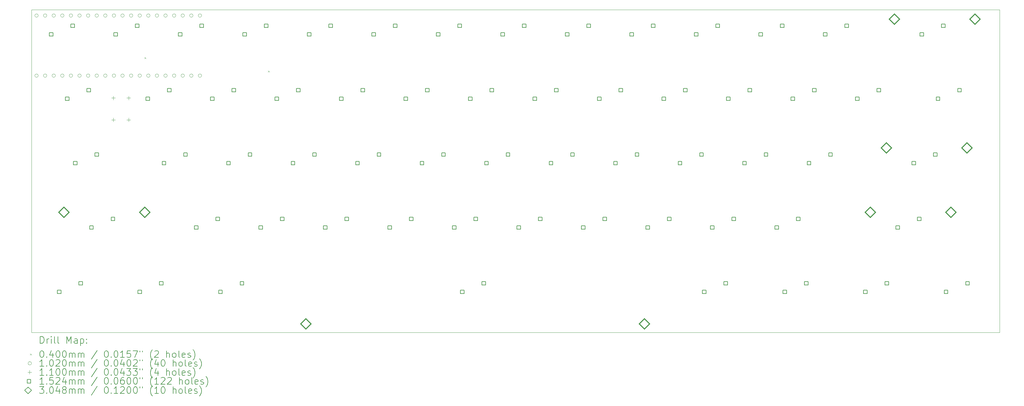
<source format=gbr>
%FSLAX45Y45*%
G04 Gerber Fmt 4.5, Leading zero omitted, Abs format (unit mm)*
G04 Created by KiCad (PCBNEW 6.0.6-3a73a75311~116~ubuntu21.10.1) date 2022-11-06 15:32:38*
%MOMM*%
%LPD*%
G01*
G04 APERTURE LIST*
%TA.AperFunction,Profile*%
%ADD10C,0.100000*%
%TD*%
%ADD11C,0.200000*%
%ADD12C,0.040000*%
%ADD13C,0.102000*%
%ADD14C,0.110000*%
%ADD15C,0.152400*%
%ADD16C,0.304800*%
G04 APERTURE END LIST*
D10*
X36027002Y-15112325D02*
X7441676Y-15112325D01*
X7441676Y-15112325D02*
X7441676Y-5559533D01*
X7441676Y-5559533D02*
X36027002Y-5559533D01*
X36027002Y-5559533D02*
X36027002Y-15112325D01*
D11*
D12*
X10774320Y-6964560D02*
X10814320Y-7004560D01*
X10814320Y-6964560D02*
X10774320Y-7004560D01*
X14425340Y-7361410D02*
X14465340Y-7401410D01*
X14465340Y-7361410D02*
X14425340Y-7401410D01*
D13*
X7636100Y-5730540D02*
G75*
G03*
X7636100Y-5730540I-51000J0D01*
G01*
X7636100Y-7508540D02*
G75*
G03*
X7636100Y-7508540I-51000J0D01*
G01*
X7890100Y-5730540D02*
G75*
G03*
X7890100Y-5730540I-51000J0D01*
G01*
X7890100Y-7508540D02*
G75*
G03*
X7890100Y-7508540I-51000J0D01*
G01*
X8144100Y-5730540D02*
G75*
G03*
X8144100Y-5730540I-51000J0D01*
G01*
X8144100Y-7508540D02*
G75*
G03*
X8144100Y-7508540I-51000J0D01*
G01*
X8398100Y-5730540D02*
G75*
G03*
X8398100Y-5730540I-51000J0D01*
G01*
X8398100Y-7508540D02*
G75*
G03*
X8398100Y-7508540I-51000J0D01*
G01*
X8652100Y-5730540D02*
G75*
G03*
X8652100Y-5730540I-51000J0D01*
G01*
X8652100Y-7508540D02*
G75*
G03*
X8652100Y-7508540I-51000J0D01*
G01*
X8906100Y-5730540D02*
G75*
G03*
X8906100Y-5730540I-51000J0D01*
G01*
X8906100Y-7508540D02*
G75*
G03*
X8906100Y-7508540I-51000J0D01*
G01*
X9160100Y-5730540D02*
G75*
G03*
X9160100Y-5730540I-51000J0D01*
G01*
X9160100Y-7508540D02*
G75*
G03*
X9160100Y-7508540I-51000J0D01*
G01*
X9414100Y-5730540D02*
G75*
G03*
X9414100Y-5730540I-51000J0D01*
G01*
X9414100Y-7508540D02*
G75*
G03*
X9414100Y-7508540I-51000J0D01*
G01*
X9668100Y-5730540D02*
G75*
G03*
X9668100Y-5730540I-51000J0D01*
G01*
X9668100Y-7508540D02*
G75*
G03*
X9668100Y-7508540I-51000J0D01*
G01*
X9922100Y-5730540D02*
G75*
G03*
X9922100Y-5730540I-51000J0D01*
G01*
X9922100Y-7508540D02*
G75*
G03*
X9922100Y-7508540I-51000J0D01*
G01*
X10176100Y-5730540D02*
G75*
G03*
X10176100Y-5730540I-51000J0D01*
G01*
X10176100Y-7508540D02*
G75*
G03*
X10176100Y-7508540I-51000J0D01*
G01*
X10430100Y-5730540D02*
G75*
G03*
X10430100Y-5730540I-51000J0D01*
G01*
X10430100Y-7508540D02*
G75*
G03*
X10430100Y-7508540I-51000J0D01*
G01*
X10684100Y-5730540D02*
G75*
G03*
X10684100Y-5730540I-51000J0D01*
G01*
X10684100Y-7508540D02*
G75*
G03*
X10684100Y-7508540I-51000J0D01*
G01*
X10938100Y-5730540D02*
G75*
G03*
X10938100Y-5730540I-51000J0D01*
G01*
X10938100Y-7508540D02*
G75*
G03*
X10938100Y-7508540I-51000J0D01*
G01*
X11192100Y-5730540D02*
G75*
G03*
X11192100Y-5730540I-51000J0D01*
G01*
X11192100Y-7508540D02*
G75*
G03*
X11192100Y-7508540I-51000J0D01*
G01*
X11446100Y-5730540D02*
G75*
G03*
X11446100Y-5730540I-51000J0D01*
G01*
X11446100Y-7508540D02*
G75*
G03*
X11446100Y-7508540I-51000J0D01*
G01*
X11700100Y-5730540D02*
G75*
G03*
X11700100Y-5730540I-51000J0D01*
G01*
X11700100Y-7508540D02*
G75*
G03*
X11700100Y-7508540I-51000J0D01*
G01*
X11954100Y-5730540D02*
G75*
G03*
X11954100Y-5730540I-51000J0D01*
G01*
X11954100Y-7508540D02*
G75*
G03*
X11954100Y-7508540I-51000J0D01*
G01*
X12208100Y-5730540D02*
G75*
G03*
X12208100Y-5730540I-51000J0D01*
G01*
X12208100Y-7508540D02*
G75*
G03*
X12208100Y-7508540I-51000J0D01*
G01*
X12462100Y-5730540D02*
G75*
G03*
X12462100Y-5730540I-51000J0D01*
G01*
X12462100Y-7508540D02*
G75*
G03*
X12462100Y-7508540I-51000J0D01*
G01*
D14*
X9854990Y-8112590D02*
X9854990Y-8222590D01*
X9799990Y-8167590D02*
X9909990Y-8167590D01*
X9854990Y-8762590D02*
X9854990Y-8872590D01*
X9799990Y-8817590D02*
X9909990Y-8817590D01*
X10304990Y-8112590D02*
X10304990Y-8222590D01*
X10249990Y-8167590D02*
X10359990Y-8167590D01*
X10304990Y-8762590D02*
X10304990Y-8872590D01*
X10249990Y-8817590D02*
X10359990Y-8817590D01*
D15*
X8070372Y-6340212D02*
X8070372Y-6232448D01*
X7962608Y-6232448D01*
X7962608Y-6340212D01*
X8070372Y-6340212D01*
X8308342Y-13959542D02*
X8308342Y-13851778D01*
X8200578Y-13851778D01*
X8200578Y-13959542D01*
X8308342Y-13959542D01*
X8546432Y-8244932D02*
X8546432Y-8137168D01*
X8438668Y-8137168D01*
X8438668Y-8244932D01*
X8546432Y-8244932D01*
X8705372Y-6086212D02*
X8705372Y-5978448D01*
X8597608Y-5978448D01*
X8597608Y-6086212D01*
X8705372Y-6086212D01*
X8784392Y-10149812D02*
X8784392Y-10042048D01*
X8676628Y-10042048D01*
X8676628Y-10149812D01*
X8784392Y-10149812D01*
X8943342Y-13705542D02*
X8943342Y-13597778D01*
X8835578Y-13597778D01*
X8835578Y-13705542D01*
X8943342Y-13705542D01*
X9181432Y-7990932D02*
X9181432Y-7883168D01*
X9073668Y-7883168D01*
X9073668Y-7990932D01*
X9181432Y-7990932D01*
X9260782Y-12054662D02*
X9260782Y-11946898D01*
X9153018Y-11946898D01*
X9153018Y-12054662D01*
X9260782Y-12054662D01*
X9419392Y-9895812D02*
X9419392Y-9788048D01*
X9311628Y-9788048D01*
X9311628Y-9895812D01*
X9419392Y-9895812D01*
X9895782Y-11800662D02*
X9895782Y-11692898D01*
X9788018Y-11692898D01*
X9788018Y-11800662D01*
X9895782Y-11800662D01*
X9975372Y-6340212D02*
X9975372Y-6232448D01*
X9867608Y-6232448D01*
X9867608Y-6340212D01*
X9975372Y-6340212D01*
X10610372Y-6086212D02*
X10610372Y-5978448D01*
X10502608Y-5978448D01*
X10502608Y-6086212D01*
X10610372Y-6086212D01*
X10689422Y-13959572D02*
X10689422Y-13851808D01*
X10581658Y-13851808D01*
X10581658Y-13959572D01*
X10689422Y-13959572D01*
X10927532Y-8244932D02*
X10927532Y-8137168D01*
X10819768Y-8137168D01*
X10819768Y-8244932D01*
X10927532Y-8244932D01*
X11324422Y-13705572D02*
X11324422Y-13597808D01*
X11216658Y-13597808D01*
X11216658Y-13705572D01*
X11324422Y-13705572D01*
X11403752Y-10149812D02*
X11403752Y-10042048D01*
X11295988Y-10042048D01*
X11295988Y-10149812D01*
X11403752Y-10149812D01*
X11562532Y-7990932D02*
X11562532Y-7883168D01*
X11454768Y-7883168D01*
X11454768Y-7990932D01*
X11562532Y-7990932D01*
X11880372Y-6340212D02*
X11880372Y-6232448D01*
X11772608Y-6232448D01*
X11772608Y-6340212D01*
X11880372Y-6340212D01*
X12038752Y-9895812D02*
X12038752Y-9788048D01*
X11930988Y-9788048D01*
X11930988Y-9895812D01*
X12038752Y-9895812D01*
X12356192Y-12054692D02*
X12356192Y-11946928D01*
X12248428Y-11946928D01*
X12248428Y-12054692D01*
X12356192Y-12054692D01*
X12515372Y-6086212D02*
X12515372Y-5978448D01*
X12407608Y-5978448D01*
X12407608Y-6086212D01*
X12515372Y-6086212D01*
X12832432Y-8244902D02*
X12832432Y-8137138D01*
X12724668Y-8137138D01*
X12724668Y-8244902D01*
X12832432Y-8244902D01*
X12991192Y-11800692D02*
X12991192Y-11692928D01*
X12883428Y-11692928D01*
X12883428Y-11800692D01*
X12991192Y-11800692D01*
X13070522Y-13959572D02*
X13070522Y-13851808D01*
X12962758Y-13851808D01*
X12962758Y-13959572D01*
X13070522Y-13959572D01*
X13308632Y-10149812D02*
X13308632Y-10042048D01*
X13200868Y-10042048D01*
X13200868Y-10149812D01*
X13308632Y-10149812D01*
X13467432Y-7990902D02*
X13467432Y-7883138D01*
X13359668Y-7883138D01*
X13359668Y-7990902D01*
X13467432Y-7990902D01*
X13705522Y-13705572D02*
X13705522Y-13597808D01*
X13597758Y-13597808D01*
X13597758Y-13705572D01*
X13705522Y-13705572D01*
X13785372Y-6340212D02*
X13785372Y-6232448D01*
X13677608Y-6232448D01*
X13677608Y-6340212D01*
X13785372Y-6340212D01*
X13943632Y-9895812D02*
X13943632Y-9788048D01*
X13835868Y-9788048D01*
X13835868Y-9895812D01*
X13943632Y-9895812D01*
X14261092Y-12054662D02*
X14261092Y-11946898D01*
X14153328Y-11946898D01*
X14153328Y-12054662D01*
X14261092Y-12054662D01*
X14420372Y-6086212D02*
X14420372Y-5978448D01*
X14312608Y-5978448D01*
X14312608Y-6086212D01*
X14420372Y-6086212D01*
X14737432Y-8244902D02*
X14737432Y-8137138D01*
X14629668Y-8137138D01*
X14629668Y-8244902D01*
X14737432Y-8244902D01*
X14896092Y-11800662D02*
X14896092Y-11692898D01*
X14788328Y-11692898D01*
X14788328Y-11800662D01*
X14896092Y-11800662D01*
X15213532Y-10149782D02*
X15213532Y-10042018D01*
X15105768Y-10042018D01*
X15105768Y-10149782D01*
X15213532Y-10149782D01*
X15372432Y-7990902D02*
X15372432Y-7883138D01*
X15264668Y-7883138D01*
X15264668Y-7990902D01*
X15372432Y-7990902D01*
X15690372Y-6340212D02*
X15690372Y-6232448D01*
X15582608Y-6232448D01*
X15582608Y-6340212D01*
X15690372Y-6340212D01*
X15848532Y-9895782D02*
X15848532Y-9788018D01*
X15740768Y-9788018D01*
X15740768Y-9895782D01*
X15848532Y-9895782D01*
X16165952Y-12054692D02*
X16165952Y-11946928D01*
X16058188Y-11946928D01*
X16058188Y-12054692D01*
X16165952Y-12054692D01*
X16325372Y-6086212D02*
X16325372Y-5978448D01*
X16217608Y-5978448D01*
X16217608Y-6086212D01*
X16325372Y-6086212D01*
X16642432Y-8244902D02*
X16642432Y-8137138D01*
X16534668Y-8137138D01*
X16534668Y-8244902D01*
X16642432Y-8244902D01*
X16800952Y-11800692D02*
X16800952Y-11692928D01*
X16693188Y-11692928D01*
X16693188Y-11800692D01*
X16800952Y-11800692D01*
X17118532Y-10149782D02*
X17118532Y-10042018D01*
X17010768Y-10042018D01*
X17010768Y-10149782D01*
X17118532Y-10149782D01*
X17277432Y-7990902D02*
X17277432Y-7883138D01*
X17169668Y-7883138D01*
X17169668Y-7990902D01*
X17277432Y-7990902D01*
X17595372Y-6340212D02*
X17595372Y-6232448D01*
X17487608Y-6232448D01*
X17487608Y-6340212D01*
X17595372Y-6340212D01*
X17753532Y-9895782D02*
X17753532Y-9788018D01*
X17645768Y-9788018D01*
X17645768Y-9895782D01*
X17753532Y-9895782D01*
X18070232Y-12054692D02*
X18070232Y-11946928D01*
X17962468Y-11946928D01*
X17962468Y-12054692D01*
X18070232Y-12054692D01*
X18230372Y-6086212D02*
X18230372Y-5978448D01*
X18122608Y-5978448D01*
X18122608Y-6086212D01*
X18230372Y-6086212D01*
X18547432Y-8244902D02*
X18547432Y-8137138D01*
X18439668Y-8137138D01*
X18439668Y-8244902D01*
X18547432Y-8244902D01*
X18705232Y-11800692D02*
X18705232Y-11692928D01*
X18597468Y-11692928D01*
X18597468Y-11800692D01*
X18705232Y-11800692D01*
X19023532Y-10149782D02*
X19023532Y-10042018D01*
X18915768Y-10042018D01*
X18915768Y-10149782D01*
X19023532Y-10149782D01*
X19182432Y-7990902D02*
X19182432Y-7883138D01*
X19074668Y-7883138D01*
X19074668Y-7990902D01*
X19182432Y-7990902D01*
X19500372Y-6340212D02*
X19500372Y-6232448D01*
X19392608Y-6232448D01*
X19392608Y-6340212D01*
X19500372Y-6340212D01*
X19658532Y-9895782D02*
X19658532Y-9788018D01*
X19550768Y-9788018D01*
X19550768Y-9895782D01*
X19658532Y-9895782D01*
X19975232Y-12054692D02*
X19975232Y-11946928D01*
X19867468Y-11946928D01*
X19867468Y-12054692D01*
X19975232Y-12054692D01*
X20135372Y-6086212D02*
X20135372Y-5978448D01*
X20027608Y-5978448D01*
X20027608Y-6086212D01*
X20135372Y-6086212D01*
X20213822Y-13959572D02*
X20213822Y-13851808D01*
X20106058Y-13851808D01*
X20106058Y-13959572D01*
X20213822Y-13959572D01*
X20452432Y-8244902D02*
X20452432Y-8137138D01*
X20344668Y-8137138D01*
X20344668Y-8244902D01*
X20452432Y-8244902D01*
X20610232Y-11800692D02*
X20610232Y-11692928D01*
X20502468Y-11692928D01*
X20502468Y-11800692D01*
X20610232Y-11800692D01*
X20848822Y-13705572D02*
X20848822Y-13597808D01*
X20741058Y-13597808D01*
X20741058Y-13705572D01*
X20848822Y-13705572D01*
X20928532Y-10149782D02*
X20928532Y-10042018D01*
X20820768Y-10042018D01*
X20820768Y-10149782D01*
X20928532Y-10149782D01*
X21087432Y-7990902D02*
X21087432Y-7883138D01*
X20979668Y-7883138D01*
X20979668Y-7990902D01*
X21087432Y-7990902D01*
X21405372Y-6340212D02*
X21405372Y-6232448D01*
X21297608Y-6232448D01*
X21297608Y-6340212D01*
X21405372Y-6340212D01*
X21563532Y-9895782D02*
X21563532Y-9788018D01*
X21455768Y-9788018D01*
X21455768Y-9895782D01*
X21563532Y-9895782D01*
X21880232Y-12054692D02*
X21880232Y-11946928D01*
X21772468Y-11946928D01*
X21772468Y-12054692D01*
X21880232Y-12054692D01*
X22040372Y-6086212D02*
X22040372Y-5978448D01*
X21932608Y-5978448D01*
X21932608Y-6086212D01*
X22040372Y-6086212D01*
X22357432Y-8244902D02*
X22357432Y-8137138D01*
X22249668Y-8137138D01*
X22249668Y-8244902D01*
X22357432Y-8244902D01*
X22515232Y-11800692D02*
X22515232Y-11692928D01*
X22407468Y-11692928D01*
X22407468Y-11800692D01*
X22515232Y-11800692D01*
X22833532Y-10149782D02*
X22833532Y-10042018D01*
X22725768Y-10042018D01*
X22725768Y-10149782D01*
X22833532Y-10149782D01*
X22992432Y-7990902D02*
X22992432Y-7883138D01*
X22884668Y-7883138D01*
X22884668Y-7990902D01*
X22992432Y-7990902D01*
X23310372Y-6340212D02*
X23310372Y-6232448D01*
X23202608Y-6232448D01*
X23202608Y-6340212D01*
X23310372Y-6340212D01*
X23468532Y-9895782D02*
X23468532Y-9788018D01*
X23360768Y-9788018D01*
X23360768Y-9895782D01*
X23468532Y-9895782D01*
X23785232Y-12054692D02*
X23785232Y-11946928D01*
X23677468Y-11946928D01*
X23677468Y-12054692D01*
X23785232Y-12054692D01*
X23945372Y-6086212D02*
X23945372Y-5978448D01*
X23837608Y-5978448D01*
X23837608Y-6086212D01*
X23945372Y-6086212D01*
X24262432Y-8244902D02*
X24262432Y-8137138D01*
X24154668Y-8137138D01*
X24154668Y-8244902D01*
X24262432Y-8244902D01*
X24420232Y-11800692D02*
X24420232Y-11692928D01*
X24312468Y-11692928D01*
X24312468Y-11800692D01*
X24420232Y-11800692D01*
X24738532Y-10149782D02*
X24738532Y-10042018D01*
X24630768Y-10042018D01*
X24630768Y-10149782D01*
X24738532Y-10149782D01*
X24897432Y-7990902D02*
X24897432Y-7883138D01*
X24789668Y-7883138D01*
X24789668Y-7990902D01*
X24897432Y-7990902D01*
X25215372Y-6340212D02*
X25215372Y-6232448D01*
X25107608Y-6232448D01*
X25107608Y-6340212D01*
X25215372Y-6340212D01*
X25373532Y-9895782D02*
X25373532Y-9788018D01*
X25265768Y-9788018D01*
X25265768Y-9895782D01*
X25373532Y-9895782D01*
X25690232Y-12054692D02*
X25690232Y-11946928D01*
X25582468Y-11946928D01*
X25582468Y-12054692D01*
X25690232Y-12054692D01*
X25850372Y-6086212D02*
X25850372Y-5978448D01*
X25742608Y-5978448D01*
X25742608Y-6086212D01*
X25850372Y-6086212D01*
X26167432Y-8244902D02*
X26167432Y-8137138D01*
X26059668Y-8137138D01*
X26059668Y-8244902D01*
X26167432Y-8244902D01*
X26325232Y-11800692D02*
X26325232Y-11692928D01*
X26217468Y-11692928D01*
X26217468Y-11800692D01*
X26325232Y-11800692D01*
X26643532Y-10149782D02*
X26643532Y-10042018D01*
X26535768Y-10042018D01*
X26535768Y-10149782D01*
X26643532Y-10149782D01*
X26802432Y-7990902D02*
X26802432Y-7883138D01*
X26694668Y-7883138D01*
X26694668Y-7990902D01*
X26802432Y-7990902D01*
X27120372Y-6340212D02*
X27120372Y-6232448D01*
X27012608Y-6232448D01*
X27012608Y-6340212D01*
X27120372Y-6340212D01*
X27278532Y-9895782D02*
X27278532Y-9788018D01*
X27170768Y-9788018D01*
X27170768Y-9895782D01*
X27278532Y-9895782D01*
X27357122Y-13959572D02*
X27357122Y-13851808D01*
X27249358Y-13851808D01*
X27249358Y-13959572D01*
X27357122Y-13959572D01*
X27595232Y-12054692D02*
X27595232Y-11946928D01*
X27487468Y-11946928D01*
X27487468Y-12054692D01*
X27595232Y-12054692D01*
X27755372Y-6086212D02*
X27755372Y-5978448D01*
X27647608Y-5978448D01*
X27647608Y-6086212D01*
X27755372Y-6086212D01*
X27992122Y-13705572D02*
X27992122Y-13597808D01*
X27884358Y-13597808D01*
X27884358Y-13705572D01*
X27992122Y-13705572D01*
X28072432Y-8244902D02*
X28072432Y-8137138D01*
X27964668Y-8137138D01*
X27964668Y-8244902D01*
X28072432Y-8244902D01*
X28230232Y-11800692D02*
X28230232Y-11692928D01*
X28122468Y-11692928D01*
X28122468Y-11800692D01*
X28230232Y-11800692D01*
X28548532Y-10149782D02*
X28548532Y-10042018D01*
X28440768Y-10042018D01*
X28440768Y-10149782D01*
X28548532Y-10149782D01*
X28707432Y-7990902D02*
X28707432Y-7883138D01*
X28599668Y-7883138D01*
X28599668Y-7990902D01*
X28707432Y-7990902D01*
X29025372Y-6340212D02*
X29025372Y-6232448D01*
X28917608Y-6232448D01*
X28917608Y-6340212D01*
X29025372Y-6340212D01*
X29183532Y-9895782D02*
X29183532Y-9788018D01*
X29075768Y-9788018D01*
X29075768Y-9895782D01*
X29183532Y-9895782D01*
X29500112Y-12054692D02*
X29500112Y-11946928D01*
X29392348Y-11946928D01*
X29392348Y-12054692D01*
X29500112Y-12054692D01*
X29660372Y-6086212D02*
X29660372Y-5978448D01*
X29552608Y-5978448D01*
X29552608Y-6086212D01*
X29660372Y-6086212D01*
X29738092Y-13959542D02*
X29738092Y-13851778D01*
X29630328Y-13851778D01*
X29630328Y-13959542D01*
X29738092Y-13959542D01*
X29977432Y-8244902D02*
X29977432Y-8137138D01*
X29869668Y-8137138D01*
X29869668Y-8244902D01*
X29977432Y-8244902D01*
X30135112Y-11800692D02*
X30135112Y-11692928D01*
X30027348Y-11692928D01*
X30027348Y-11800692D01*
X30135112Y-11800692D01*
X30373092Y-13705542D02*
X30373092Y-13597778D01*
X30265328Y-13597778D01*
X30265328Y-13705542D01*
X30373092Y-13705542D01*
X30453532Y-10149782D02*
X30453532Y-10042018D01*
X30345768Y-10042018D01*
X30345768Y-10149782D01*
X30453532Y-10149782D01*
X30612432Y-7990902D02*
X30612432Y-7883138D01*
X30504668Y-7883138D01*
X30504668Y-7990902D01*
X30612432Y-7990902D01*
X30930372Y-6340212D02*
X30930372Y-6232448D01*
X30822608Y-6232448D01*
X30822608Y-6340212D01*
X30930372Y-6340212D01*
X31088532Y-9895782D02*
X31088532Y-9788018D01*
X30980768Y-9788018D01*
X30980768Y-9895782D01*
X31088532Y-9895782D01*
X31565372Y-6086212D02*
X31565372Y-5978448D01*
X31457608Y-5978448D01*
X31457608Y-6086212D01*
X31565372Y-6086212D01*
X31881232Y-8244902D02*
X31881232Y-8137138D01*
X31773468Y-8137138D01*
X31773468Y-8244902D01*
X31881232Y-8244902D01*
X32119322Y-13959572D02*
X32119322Y-13851808D01*
X32011558Y-13851808D01*
X32011558Y-13959572D01*
X32119322Y-13959572D01*
X32516232Y-7990902D02*
X32516232Y-7883138D01*
X32408468Y-7883138D01*
X32408468Y-7990902D01*
X32516232Y-7990902D01*
X32754322Y-13705572D02*
X32754322Y-13597808D01*
X32646558Y-13597808D01*
X32646558Y-13705572D01*
X32754322Y-13705572D01*
X33071762Y-12054692D02*
X33071762Y-11946928D01*
X32963998Y-11946928D01*
X32963998Y-12054692D01*
X33071762Y-12054692D01*
X33547982Y-10149812D02*
X33547982Y-10042048D01*
X33440218Y-10042048D01*
X33440218Y-10149812D01*
X33547982Y-10149812D01*
X33706762Y-11800692D02*
X33706762Y-11692928D01*
X33598998Y-11692928D01*
X33598998Y-11800692D01*
X33706762Y-11800692D01*
X33787872Y-6340212D02*
X33787872Y-6232448D01*
X33680108Y-6232448D01*
X33680108Y-6340212D01*
X33787872Y-6340212D01*
X34182982Y-9895812D02*
X34182982Y-9788048D01*
X34075218Y-9788048D01*
X34075218Y-9895812D01*
X34182982Y-9895812D01*
X34262332Y-8244932D02*
X34262332Y-8137168D01*
X34154568Y-8137168D01*
X34154568Y-8244932D01*
X34262332Y-8244932D01*
X34422872Y-6086212D02*
X34422872Y-5978448D01*
X34315108Y-5978448D01*
X34315108Y-6086212D01*
X34422872Y-6086212D01*
X34500422Y-13959572D02*
X34500422Y-13851808D01*
X34392658Y-13851808D01*
X34392658Y-13959572D01*
X34500422Y-13959572D01*
X34897332Y-7990932D02*
X34897332Y-7883168D01*
X34789568Y-7883168D01*
X34789568Y-7990932D01*
X34897332Y-7990932D01*
X35135422Y-13705572D02*
X35135422Y-13597808D01*
X35027658Y-13597808D01*
X35027658Y-13705572D01*
X35135422Y-13705572D01*
D16*
X8397255Y-11708710D02*
X8549655Y-11556310D01*
X8397255Y-11403910D01*
X8244855Y-11556310D01*
X8397255Y-11708710D01*
X10778505Y-11708710D02*
X10930905Y-11556310D01*
X10778505Y-11403910D01*
X10626105Y-11556310D01*
X10778505Y-11708710D01*
X15540315Y-15010590D02*
X15692715Y-14858190D01*
X15540315Y-14705790D01*
X15387915Y-14858190D01*
X15540315Y-15010590D01*
X25541565Y-15010590D02*
X25693965Y-14858190D01*
X25541565Y-14705790D01*
X25389165Y-14858190D01*
X25541565Y-15010590D01*
X32208255Y-11708710D02*
X32360655Y-11556310D01*
X32208255Y-11403910D01*
X32055855Y-11556310D01*
X32208255Y-11708710D01*
X32684475Y-9803830D02*
X32836875Y-9651430D01*
X32684475Y-9499030D01*
X32532075Y-9651430D01*
X32684475Y-9803830D01*
X32922585Y-5994070D02*
X33074985Y-5841670D01*
X32922585Y-5689270D01*
X32770185Y-5841670D01*
X32922585Y-5994070D01*
X34589505Y-11708710D02*
X34741905Y-11556310D01*
X34589505Y-11403910D01*
X34437105Y-11556310D01*
X34589505Y-11708710D01*
X35065725Y-9803830D02*
X35218125Y-9651430D01*
X35065725Y-9499030D01*
X34913325Y-9651430D01*
X35065725Y-9803830D01*
X35303835Y-5994070D02*
X35456235Y-5841670D01*
X35303835Y-5689270D01*
X35151435Y-5841670D01*
X35303835Y-5994070D01*
D11*
X7694295Y-15427801D02*
X7694295Y-15227801D01*
X7741914Y-15227801D01*
X7770485Y-15237325D01*
X7789533Y-15256373D01*
X7799057Y-15275420D01*
X7808580Y-15313515D01*
X7808580Y-15342087D01*
X7799057Y-15380182D01*
X7789533Y-15399230D01*
X7770485Y-15418277D01*
X7741914Y-15427801D01*
X7694295Y-15427801D01*
X7894295Y-15427801D02*
X7894295Y-15294468D01*
X7894295Y-15332563D02*
X7903818Y-15313515D01*
X7913342Y-15303992D01*
X7932390Y-15294468D01*
X7951438Y-15294468D01*
X8018104Y-15427801D02*
X8018104Y-15294468D01*
X8018104Y-15227801D02*
X8008580Y-15237325D01*
X8018104Y-15246849D01*
X8027628Y-15237325D01*
X8018104Y-15227801D01*
X8018104Y-15246849D01*
X8141914Y-15427801D02*
X8122866Y-15418277D01*
X8113342Y-15399230D01*
X8113342Y-15227801D01*
X8246676Y-15427801D02*
X8227628Y-15418277D01*
X8218104Y-15399230D01*
X8218104Y-15227801D01*
X8475247Y-15427801D02*
X8475247Y-15227801D01*
X8541914Y-15370658D01*
X8608580Y-15227801D01*
X8608580Y-15427801D01*
X8789533Y-15427801D02*
X8789533Y-15323039D01*
X8780009Y-15303992D01*
X8760961Y-15294468D01*
X8722866Y-15294468D01*
X8703819Y-15303992D01*
X8789533Y-15418277D02*
X8770485Y-15427801D01*
X8722866Y-15427801D01*
X8703819Y-15418277D01*
X8694295Y-15399230D01*
X8694295Y-15380182D01*
X8703819Y-15361134D01*
X8722866Y-15351611D01*
X8770485Y-15351611D01*
X8789533Y-15342087D01*
X8884771Y-15294468D02*
X8884771Y-15494468D01*
X8884771Y-15303992D02*
X8903819Y-15294468D01*
X8941914Y-15294468D01*
X8960961Y-15303992D01*
X8970485Y-15313515D01*
X8980009Y-15332563D01*
X8980009Y-15389706D01*
X8970485Y-15408753D01*
X8960961Y-15418277D01*
X8941914Y-15427801D01*
X8903819Y-15427801D01*
X8884771Y-15418277D01*
X9065723Y-15408753D02*
X9075247Y-15418277D01*
X9065723Y-15427801D01*
X9056200Y-15418277D01*
X9065723Y-15408753D01*
X9065723Y-15427801D01*
X9065723Y-15303992D02*
X9075247Y-15313515D01*
X9065723Y-15323039D01*
X9056200Y-15313515D01*
X9065723Y-15303992D01*
X9065723Y-15323039D01*
D12*
X7396676Y-15737325D02*
X7436676Y-15777325D01*
X7436676Y-15737325D02*
X7396676Y-15777325D01*
D11*
X7732390Y-15647801D02*
X7751438Y-15647801D01*
X7770485Y-15657325D01*
X7780009Y-15666849D01*
X7789533Y-15685896D01*
X7799057Y-15723992D01*
X7799057Y-15771611D01*
X7789533Y-15809706D01*
X7780009Y-15828753D01*
X7770485Y-15838277D01*
X7751438Y-15847801D01*
X7732390Y-15847801D01*
X7713342Y-15838277D01*
X7703818Y-15828753D01*
X7694295Y-15809706D01*
X7684771Y-15771611D01*
X7684771Y-15723992D01*
X7694295Y-15685896D01*
X7703818Y-15666849D01*
X7713342Y-15657325D01*
X7732390Y-15647801D01*
X7884771Y-15828753D02*
X7894295Y-15838277D01*
X7884771Y-15847801D01*
X7875247Y-15838277D01*
X7884771Y-15828753D01*
X7884771Y-15847801D01*
X8065723Y-15714468D02*
X8065723Y-15847801D01*
X8018104Y-15638277D02*
X7970485Y-15781134D01*
X8094295Y-15781134D01*
X8208580Y-15647801D02*
X8227628Y-15647801D01*
X8246676Y-15657325D01*
X8256199Y-15666849D01*
X8265723Y-15685896D01*
X8275247Y-15723992D01*
X8275247Y-15771611D01*
X8265723Y-15809706D01*
X8256199Y-15828753D01*
X8246676Y-15838277D01*
X8227628Y-15847801D01*
X8208580Y-15847801D01*
X8189533Y-15838277D01*
X8180009Y-15828753D01*
X8170485Y-15809706D01*
X8160961Y-15771611D01*
X8160961Y-15723992D01*
X8170485Y-15685896D01*
X8180009Y-15666849D01*
X8189533Y-15657325D01*
X8208580Y-15647801D01*
X8399057Y-15647801D02*
X8418104Y-15647801D01*
X8437152Y-15657325D01*
X8446676Y-15666849D01*
X8456200Y-15685896D01*
X8465723Y-15723992D01*
X8465723Y-15771611D01*
X8456200Y-15809706D01*
X8446676Y-15828753D01*
X8437152Y-15838277D01*
X8418104Y-15847801D01*
X8399057Y-15847801D01*
X8380009Y-15838277D01*
X8370485Y-15828753D01*
X8360961Y-15809706D01*
X8351438Y-15771611D01*
X8351438Y-15723992D01*
X8360961Y-15685896D01*
X8370485Y-15666849D01*
X8380009Y-15657325D01*
X8399057Y-15647801D01*
X8551438Y-15847801D02*
X8551438Y-15714468D01*
X8551438Y-15733515D02*
X8560961Y-15723992D01*
X8580009Y-15714468D01*
X8608580Y-15714468D01*
X8627628Y-15723992D01*
X8637152Y-15743039D01*
X8637152Y-15847801D01*
X8637152Y-15743039D02*
X8646676Y-15723992D01*
X8665723Y-15714468D01*
X8694295Y-15714468D01*
X8713342Y-15723992D01*
X8722866Y-15743039D01*
X8722866Y-15847801D01*
X8818104Y-15847801D02*
X8818104Y-15714468D01*
X8818104Y-15733515D02*
X8827628Y-15723992D01*
X8846676Y-15714468D01*
X8875247Y-15714468D01*
X8894295Y-15723992D01*
X8903819Y-15743039D01*
X8903819Y-15847801D01*
X8903819Y-15743039D02*
X8913342Y-15723992D01*
X8932390Y-15714468D01*
X8960961Y-15714468D01*
X8980009Y-15723992D01*
X8989533Y-15743039D01*
X8989533Y-15847801D01*
X9380009Y-15638277D02*
X9208580Y-15895420D01*
X9637152Y-15647801D02*
X9656200Y-15647801D01*
X9675247Y-15657325D01*
X9684771Y-15666849D01*
X9694295Y-15685896D01*
X9703819Y-15723992D01*
X9703819Y-15771611D01*
X9694295Y-15809706D01*
X9684771Y-15828753D01*
X9675247Y-15838277D01*
X9656200Y-15847801D01*
X9637152Y-15847801D01*
X9618104Y-15838277D01*
X9608580Y-15828753D01*
X9599057Y-15809706D01*
X9589533Y-15771611D01*
X9589533Y-15723992D01*
X9599057Y-15685896D01*
X9608580Y-15666849D01*
X9618104Y-15657325D01*
X9637152Y-15647801D01*
X9789533Y-15828753D02*
X9799057Y-15838277D01*
X9789533Y-15847801D01*
X9780009Y-15838277D01*
X9789533Y-15828753D01*
X9789533Y-15847801D01*
X9922866Y-15647801D02*
X9941914Y-15647801D01*
X9960961Y-15657325D01*
X9970485Y-15666849D01*
X9980009Y-15685896D01*
X9989533Y-15723992D01*
X9989533Y-15771611D01*
X9980009Y-15809706D01*
X9970485Y-15828753D01*
X9960961Y-15838277D01*
X9941914Y-15847801D01*
X9922866Y-15847801D01*
X9903819Y-15838277D01*
X9894295Y-15828753D01*
X9884771Y-15809706D01*
X9875247Y-15771611D01*
X9875247Y-15723992D01*
X9884771Y-15685896D01*
X9894295Y-15666849D01*
X9903819Y-15657325D01*
X9922866Y-15647801D01*
X10180009Y-15847801D02*
X10065723Y-15847801D01*
X10122866Y-15847801D02*
X10122866Y-15647801D01*
X10103819Y-15676373D01*
X10084771Y-15695420D01*
X10065723Y-15704944D01*
X10360961Y-15647801D02*
X10265723Y-15647801D01*
X10256200Y-15743039D01*
X10265723Y-15733515D01*
X10284771Y-15723992D01*
X10332390Y-15723992D01*
X10351438Y-15733515D01*
X10360961Y-15743039D01*
X10370485Y-15762087D01*
X10370485Y-15809706D01*
X10360961Y-15828753D01*
X10351438Y-15838277D01*
X10332390Y-15847801D01*
X10284771Y-15847801D01*
X10265723Y-15838277D01*
X10256200Y-15828753D01*
X10437152Y-15647801D02*
X10570485Y-15647801D01*
X10484771Y-15847801D01*
X10637152Y-15647801D02*
X10637152Y-15685896D01*
X10713342Y-15647801D02*
X10713342Y-15685896D01*
X11008580Y-15923992D02*
X10999057Y-15914468D01*
X10980009Y-15885896D01*
X10970485Y-15866849D01*
X10960961Y-15838277D01*
X10951438Y-15790658D01*
X10951438Y-15752563D01*
X10960961Y-15704944D01*
X10970485Y-15676373D01*
X10980009Y-15657325D01*
X10999057Y-15628753D01*
X11008580Y-15619230D01*
X11075247Y-15666849D02*
X11084771Y-15657325D01*
X11103819Y-15647801D01*
X11151438Y-15647801D01*
X11170485Y-15657325D01*
X11180009Y-15666849D01*
X11189533Y-15685896D01*
X11189533Y-15704944D01*
X11180009Y-15733515D01*
X11065723Y-15847801D01*
X11189533Y-15847801D01*
X11427628Y-15847801D02*
X11427628Y-15647801D01*
X11513342Y-15847801D02*
X11513342Y-15743039D01*
X11503818Y-15723992D01*
X11484771Y-15714468D01*
X11456199Y-15714468D01*
X11437152Y-15723992D01*
X11427628Y-15733515D01*
X11637152Y-15847801D02*
X11618104Y-15838277D01*
X11608580Y-15828753D01*
X11599057Y-15809706D01*
X11599057Y-15752563D01*
X11608580Y-15733515D01*
X11618104Y-15723992D01*
X11637152Y-15714468D01*
X11665723Y-15714468D01*
X11684771Y-15723992D01*
X11694295Y-15733515D01*
X11703818Y-15752563D01*
X11703818Y-15809706D01*
X11694295Y-15828753D01*
X11684771Y-15838277D01*
X11665723Y-15847801D01*
X11637152Y-15847801D01*
X11818104Y-15847801D02*
X11799057Y-15838277D01*
X11789533Y-15819230D01*
X11789533Y-15647801D01*
X11970485Y-15838277D02*
X11951438Y-15847801D01*
X11913342Y-15847801D01*
X11894295Y-15838277D01*
X11884771Y-15819230D01*
X11884771Y-15743039D01*
X11894295Y-15723992D01*
X11913342Y-15714468D01*
X11951438Y-15714468D01*
X11970485Y-15723992D01*
X11980009Y-15743039D01*
X11980009Y-15762087D01*
X11884771Y-15781134D01*
X12056199Y-15838277D02*
X12075247Y-15847801D01*
X12113342Y-15847801D01*
X12132390Y-15838277D01*
X12141914Y-15819230D01*
X12141914Y-15809706D01*
X12132390Y-15790658D01*
X12113342Y-15781134D01*
X12084771Y-15781134D01*
X12065723Y-15771611D01*
X12056199Y-15752563D01*
X12056199Y-15743039D01*
X12065723Y-15723992D01*
X12084771Y-15714468D01*
X12113342Y-15714468D01*
X12132390Y-15723992D01*
X12208580Y-15923992D02*
X12218104Y-15914468D01*
X12237152Y-15885896D01*
X12246676Y-15866849D01*
X12256199Y-15838277D01*
X12265723Y-15790658D01*
X12265723Y-15752563D01*
X12256199Y-15704944D01*
X12246676Y-15676373D01*
X12237152Y-15657325D01*
X12218104Y-15628753D01*
X12208580Y-15619230D01*
D13*
X7436676Y-16021325D02*
G75*
G03*
X7436676Y-16021325I-51000J0D01*
G01*
D11*
X7799057Y-16111801D02*
X7684771Y-16111801D01*
X7741914Y-16111801D02*
X7741914Y-15911801D01*
X7722866Y-15940373D01*
X7703818Y-15959420D01*
X7684771Y-15968944D01*
X7884771Y-16092753D02*
X7894295Y-16102277D01*
X7884771Y-16111801D01*
X7875247Y-16102277D01*
X7884771Y-16092753D01*
X7884771Y-16111801D01*
X8018104Y-15911801D02*
X8037152Y-15911801D01*
X8056199Y-15921325D01*
X8065723Y-15930849D01*
X8075247Y-15949896D01*
X8084771Y-15987992D01*
X8084771Y-16035611D01*
X8075247Y-16073706D01*
X8065723Y-16092753D01*
X8056199Y-16102277D01*
X8037152Y-16111801D01*
X8018104Y-16111801D01*
X7999057Y-16102277D01*
X7989533Y-16092753D01*
X7980009Y-16073706D01*
X7970485Y-16035611D01*
X7970485Y-15987992D01*
X7980009Y-15949896D01*
X7989533Y-15930849D01*
X7999057Y-15921325D01*
X8018104Y-15911801D01*
X8160961Y-15930849D02*
X8170485Y-15921325D01*
X8189533Y-15911801D01*
X8237152Y-15911801D01*
X8256199Y-15921325D01*
X8265723Y-15930849D01*
X8275247Y-15949896D01*
X8275247Y-15968944D01*
X8265723Y-15997515D01*
X8151438Y-16111801D01*
X8275247Y-16111801D01*
X8399057Y-15911801D02*
X8418104Y-15911801D01*
X8437152Y-15921325D01*
X8446676Y-15930849D01*
X8456200Y-15949896D01*
X8465723Y-15987992D01*
X8465723Y-16035611D01*
X8456200Y-16073706D01*
X8446676Y-16092753D01*
X8437152Y-16102277D01*
X8418104Y-16111801D01*
X8399057Y-16111801D01*
X8380009Y-16102277D01*
X8370485Y-16092753D01*
X8360961Y-16073706D01*
X8351438Y-16035611D01*
X8351438Y-15987992D01*
X8360961Y-15949896D01*
X8370485Y-15930849D01*
X8380009Y-15921325D01*
X8399057Y-15911801D01*
X8551438Y-16111801D02*
X8551438Y-15978468D01*
X8551438Y-15997515D02*
X8560961Y-15987992D01*
X8580009Y-15978468D01*
X8608580Y-15978468D01*
X8627628Y-15987992D01*
X8637152Y-16007039D01*
X8637152Y-16111801D01*
X8637152Y-16007039D02*
X8646676Y-15987992D01*
X8665723Y-15978468D01*
X8694295Y-15978468D01*
X8713342Y-15987992D01*
X8722866Y-16007039D01*
X8722866Y-16111801D01*
X8818104Y-16111801D02*
X8818104Y-15978468D01*
X8818104Y-15997515D02*
X8827628Y-15987992D01*
X8846676Y-15978468D01*
X8875247Y-15978468D01*
X8894295Y-15987992D01*
X8903819Y-16007039D01*
X8903819Y-16111801D01*
X8903819Y-16007039D02*
X8913342Y-15987992D01*
X8932390Y-15978468D01*
X8960961Y-15978468D01*
X8980009Y-15987992D01*
X8989533Y-16007039D01*
X8989533Y-16111801D01*
X9380009Y-15902277D02*
X9208580Y-16159420D01*
X9637152Y-15911801D02*
X9656200Y-15911801D01*
X9675247Y-15921325D01*
X9684771Y-15930849D01*
X9694295Y-15949896D01*
X9703819Y-15987992D01*
X9703819Y-16035611D01*
X9694295Y-16073706D01*
X9684771Y-16092753D01*
X9675247Y-16102277D01*
X9656200Y-16111801D01*
X9637152Y-16111801D01*
X9618104Y-16102277D01*
X9608580Y-16092753D01*
X9599057Y-16073706D01*
X9589533Y-16035611D01*
X9589533Y-15987992D01*
X9599057Y-15949896D01*
X9608580Y-15930849D01*
X9618104Y-15921325D01*
X9637152Y-15911801D01*
X9789533Y-16092753D02*
X9799057Y-16102277D01*
X9789533Y-16111801D01*
X9780009Y-16102277D01*
X9789533Y-16092753D01*
X9789533Y-16111801D01*
X9922866Y-15911801D02*
X9941914Y-15911801D01*
X9960961Y-15921325D01*
X9970485Y-15930849D01*
X9980009Y-15949896D01*
X9989533Y-15987992D01*
X9989533Y-16035611D01*
X9980009Y-16073706D01*
X9970485Y-16092753D01*
X9960961Y-16102277D01*
X9941914Y-16111801D01*
X9922866Y-16111801D01*
X9903819Y-16102277D01*
X9894295Y-16092753D01*
X9884771Y-16073706D01*
X9875247Y-16035611D01*
X9875247Y-15987992D01*
X9884771Y-15949896D01*
X9894295Y-15930849D01*
X9903819Y-15921325D01*
X9922866Y-15911801D01*
X10160961Y-15978468D02*
X10160961Y-16111801D01*
X10113342Y-15902277D02*
X10065723Y-16045134D01*
X10189533Y-16045134D01*
X10303819Y-15911801D02*
X10322866Y-15911801D01*
X10341914Y-15921325D01*
X10351438Y-15930849D01*
X10360961Y-15949896D01*
X10370485Y-15987992D01*
X10370485Y-16035611D01*
X10360961Y-16073706D01*
X10351438Y-16092753D01*
X10341914Y-16102277D01*
X10322866Y-16111801D01*
X10303819Y-16111801D01*
X10284771Y-16102277D01*
X10275247Y-16092753D01*
X10265723Y-16073706D01*
X10256200Y-16035611D01*
X10256200Y-15987992D01*
X10265723Y-15949896D01*
X10275247Y-15930849D01*
X10284771Y-15921325D01*
X10303819Y-15911801D01*
X10446676Y-15930849D02*
X10456200Y-15921325D01*
X10475247Y-15911801D01*
X10522866Y-15911801D01*
X10541914Y-15921325D01*
X10551438Y-15930849D01*
X10560961Y-15949896D01*
X10560961Y-15968944D01*
X10551438Y-15997515D01*
X10437152Y-16111801D01*
X10560961Y-16111801D01*
X10637152Y-15911801D02*
X10637152Y-15949896D01*
X10713342Y-15911801D02*
X10713342Y-15949896D01*
X11008580Y-16187992D02*
X10999057Y-16178468D01*
X10980009Y-16149896D01*
X10970485Y-16130849D01*
X10960961Y-16102277D01*
X10951438Y-16054658D01*
X10951438Y-16016563D01*
X10960961Y-15968944D01*
X10970485Y-15940373D01*
X10980009Y-15921325D01*
X10999057Y-15892753D01*
X11008580Y-15883230D01*
X11170485Y-15978468D02*
X11170485Y-16111801D01*
X11122866Y-15902277D02*
X11075247Y-16045134D01*
X11199057Y-16045134D01*
X11313342Y-15911801D02*
X11332390Y-15911801D01*
X11351438Y-15921325D01*
X11360961Y-15930849D01*
X11370485Y-15949896D01*
X11380009Y-15987992D01*
X11380009Y-16035611D01*
X11370485Y-16073706D01*
X11360961Y-16092753D01*
X11351438Y-16102277D01*
X11332390Y-16111801D01*
X11313342Y-16111801D01*
X11294295Y-16102277D01*
X11284771Y-16092753D01*
X11275247Y-16073706D01*
X11265723Y-16035611D01*
X11265723Y-15987992D01*
X11275247Y-15949896D01*
X11284771Y-15930849D01*
X11294295Y-15921325D01*
X11313342Y-15911801D01*
X11618104Y-16111801D02*
X11618104Y-15911801D01*
X11703818Y-16111801D02*
X11703818Y-16007039D01*
X11694295Y-15987992D01*
X11675247Y-15978468D01*
X11646676Y-15978468D01*
X11627628Y-15987992D01*
X11618104Y-15997515D01*
X11827628Y-16111801D02*
X11808580Y-16102277D01*
X11799057Y-16092753D01*
X11789533Y-16073706D01*
X11789533Y-16016563D01*
X11799057Y-15997515D01*
X11808580Y-15987992D01*
X11827628Y-15978468D01*
X11856199Y-15978468D01*
X11875247Y-15987992D01*
X11884771Y-15997515D01*
X11894295Y-16016563D01*
X11894295Y-16073706D01*
X11884771Y-16092753D01*
X11875247Y-16102277D01*
X11856199Y-16111801D01*
X11827628Y-16111801D01*
X12008580Y-16111801D02*
X11989533Y-16102277D01*
X11980009Y-16083230D01*
X11980009Y-15911801D01*
X12160961Y-16102277D02*
X12141914Y-16111801D01*
X12103818Y-16111801D01*
X12084771Y-16102277D01*
X12075247Y-16083230D01*
X12075247Y-16007039D01*
X12084771Y-15987992D01*
X12103818Y-15978468D01*
X12141914Y-15978468D01*
X12160961Y-15987992D01*
X12170485Y-16007039D01*
X12170485Y-16026087D01*
X12075247Y-16045134D01*
X12246676Y-16102277D02*
X12265723Y-16111801D01*
X12303818Y-16111801D01*
X12322866Y-16102277D01*
X12332390Y-16083230D01*
X12332390Y-16073706D01*
X12322866Y-16054658D01*
X12303818Y-16045134D01*
X12275247Y-16045134D01*
X12256199Y-16035611D01*
X12246676Y-16016563D01*
X12246676Y-16007039D01*
X12256199Y-15987992D01*
X12275247Y-15978468D01*
X12303818Y-15978468D01*
X12322866Y-15987992D01*
X12399057Y-16187992D02*
X12408580Y-16178468D01*
X12427628Y-16149896D01*
X12437152Y-16130849D01*
X12446676Y-16102277D01*
X12456199Y-16054658D01*
X12456199Y-16016563D01*
X12446676Y-15968944D01*
X12437152Y-15940373D01*
X12427628Y-15921325D01*
X12408580Y-15892753D01*
X12399057Y-15883230D01*
D14*
X7381676Y-16230325D02*
X7381676Y-16340325D01*
X7326676Y-16285325D02*
X7436676Y-16285325D01*
D11*
X7799057Y-16375801D02*
X7684771Y-16375801D01*
X7741914Y-16375801D02*
X7741914Y-16175801D01*
X7722866Y-16204373D01*
X7703818Y-16223420D01*
X7684771Y-16232944D01*
X7884771Y-16356753D02*
X7894295Y-16366277D01*
X7884771Y-16375801D01*
X7875247Y-16366277D01*
X7884771Y-16356753D01*
X7884771Y-16375801D01*
X8084771Y-16375801D02*
X7970485Y-16375801D01*
X8027628Y-16375801D02*
X8027628Y-16175801D01*
X8008580Y-16204373D01*
X7989533Y-16223420D01*
X7970485Y-16232944D01*
X8208580Y-16175801D02*
X8227628Y-16175801D01*
X8246676Y-16185325D01*
X8256199Y-16194849D01*
X8265723Y-16213896D01*
X8275247Y-16251992D01*
X8275247Y-16299611D01*
X8265723Y-16337706D01*
X8256199Y-16356753D01*
X8246676Y-16366277D01*
X8227628Y-16375801D01*
X8208580Y-16375801D01*
X8189533Y-16366277D01*
X8180009Y-16356753D01*
X8170485Y-16337706D01*
X8160961Y-16299611D01*
X8160961Y-16251992D01*
X8170485Y-16213896D01*
X8180009Y-16194849D01*
X8189533Y-16185325D01*
X8208580Y-16175801D01*
X8399057Y-16175801D02*
X8418104Y-16175801D01*
X8437152Y-16185325D01*
X8446676Y-16194849D01*
X8456200Y-16213896D01*
X8465723Y-16251992D01*
X8465723Y-16299611D01*
X8456200Y-16337706D01*
X8446676Y-16356753D01*
X8437152Y-16366277D01*
X8418104Y-16375801D01*
X8399057Y-16375801D01*
X8380009Y-16366277D01*
X8370485Y-16356753D01*
X8360961Y-16337706D01*
X8351438Y-16299611D01*
X8351438Y-16251992D01*
X8360961Y-16213896D01*
X8370485Y-16194849D01*
X8380009Y-16185325D01*
X8399057Y-16175801D01*
X8551438Y-16375801D02*
X8551438Y-16242468D01*
X8551438Y-16261515D02*
X8560961Y-16251992D01*
X8580009Y-16242468D01*
X8608580Y-16242468D01*
X8627628Y-16251992D01*
X8637152Y-16271039D01*
X8637152Y-16375801D01*
X8637152Y-16271039D02*
X8646676Y-16251992D01*
X8665723Y-16242468D01*
X8694295Y-16242468D01*
X8713342Y-16251992D01*
X8722866Y-16271039D01*
X8722866Y-16375801D01*
X8818104Y-16375801D02*
X8818104Y-16242468D01*
X8818104Y-16261515D02*
X8827628Y-16251992D01*
X8846676Y-16242468D01*
X8875247Y-16242468D01*
X8894295Y-16251992D01*
X8903819Y-16271039D01*
X8903819Y-16375801D01*
X8903819Y-16271039D02*
X8913342Y-16251992D01*
X8932390Y-16242468D01*
X8960961Y-16242468D01*
X8980009Y-16251992D01*
X8989533Y-16271039D01*
X8989533Y-16375801D01*
X9380009Y-16166277D02*
X9208580Y-16423420D01*
X9637152Y-16175801D02*
X9656200Y-16175801D01*
X9675247Y-16185325D01*
X9684771Y-16194849D01*
X9694295Y-16213896D01*
X9703819Y-16251992D01*
X9703819Y-16299611D01*
X9694295Y-16337706D01*
X9684771Y-16356753D01*
X9675247Y-16366277D01*
X9656200Y-16375801D01*
X9637152Y-16375801D01*
X9618104Y-16366277D01*
X9608580Y-16356753D01*
X9599057Y-16337706D01*
X9589533Y-16299611D01*
X9589533Y-16251992D01*
X9599057Y-16213896D01*
X9608580Y-16194849D01*
X9618104Y-16185325D01*
X9637152Y-16175801D01*
X9789533Y-16356753D02*
X9799057Y-16366277D01*
X9789533Y-16375801D01*
X9780009Y-16366277D01*
X9789533Y-16356753D01*
X9789533Y-16375801D01*
X9922866Y-16175801D02*
X9941914Y-16175801D01*
X9960961Y-16185325D01*
X9970485Y-16194849D01*
X9980009Y-16213896D01*
X9989533Y-16251992D01*
X9989533Y-16299611D01*
X9980009Y-16337706D01*
X9970485Y-16356753D01*
X9960961Y-16366277D01*
X9941914Y-16375801D01*
X9922866Y-16375801D01*
X9903819Y-16366277D01*
X9894295Y-16356753D01*
X9884771Y-16337706D01*
X9875247Y-16299611D01*
X9875247Y-16251992D01*
X9884771Y-16213896D01*
X9894295Y-16194849D01*
X9903819Y-16185325D01*
X9922866Y-16175801D01*
X10160961Y-16242468D02*
X10160961Y-16375801D01*
X10113342Y-16166277D02*
X10065723Y-16309134D01*
X10189533Y-16309134D01*
X10246676Y-16175801D02*
X10370485Y-16175801D01*
X10303819Y-16251992D01*
X10332390Y-16251992D01*
X10351438Y-16261515D01*
X10360961Y-16271039D01*
X10370485Y-16290087D01*
X10370485Y-16337706D01*
X10360961Y-16356753D01*
X10351438Y-16366277D01*
X10332390Y-16375801D01*
X10275247Y-16375801D01*
X10256200Y-16366277D01*
X10246676Y-16356753D01*
X10437152Y-16175801D02*
X10560961Y-16175801D01*
X10494295Y-16251992D01*
X10522866Y-16251992D01*
X10541914Y-16261515D01*
X10551438Y-16271039D01*
X10560961Y-16290087D01*
X10560961Y-16337706D01*
X10551438Y-16356753D01*
X10541914Y-16366277D01*
X10522866Y-16375801D01*
X10465723Y-16375801D01*
X10446676Y-16366277D01*
X10437152Y-16356753D01*
X10637152Y-16175801D02*
X10637152Y-16213896D01*
X10713342Y-16175801D02*
X10713342Y-16213896D01*
X11008580Y-16451992D02*
X10999057Y-16442468D01*
X10980009Y-16413896D01*
X10970485Y-16394849D01*
X10960961Y-16366277D01*
X10951438Y-16318658D01*
X10951438Y-16280563D01*
X10960961Y-16232944D01*
X10970485Y-16204373D01*
X10980009Y-16185325D01*
X10999057Y-16156753D01*
X11008580Y-16147230D01*
X11170485Y-16242468D02*
X11170485Y-16375801D01*
X11122866Y-16166277D02*
X11075247Y-16309134D01*
X11199057Y-16309134D01*
X11427628Y-16375801D02*
X11427628Y-16175801D01*
X11513342Y-16375801D02*
X11513342Y-16271039D01*
X11503818Y-16251992D01*
X11484771Y-16242468D01*
X11456199Y-16242468D01*
X11437152Y-16251992D01*
X11427628Y-16261515D01*
X11637152Y-16375801D02*
X11618104Y-16366277D01*
X11608580Y-16356753D01*
X11599057Y-16337706D01*
X11599057Y-16280563D01*
X11608580Y-16261515D01*
X11618104Y-16251992D01*
X11637152Y-16242468D01*
X11665723Y-16242468D01*
X11684771Y-16251992D01*
X11694295Y-16261515D01*
X11703818Y-16280563D01*
X11703818Y-16337706D01*
X11694295Y-16356753D01*
X11684771Y-16366277D01*
X11665723Y-16375801D01*
X11637152Y-16375801D01*
X11818104Y-16375801D02*
X11799057Y-16366277D01*
X11789533Y-16347230D01*
X11789533Y-16175801D01*
X11970485Y-16366277D02*
X11951438Y-16375801D01*
X11913342Y-16375801D01*
X11894295Y-16366277D01*
X11884771Y-16347230D01*
X11884771Y-16271039D01*
X11894295Y-16251992D01*
X11913342Y-16242468D01*
X11951438Y-16242468D01*
X11970485Y-16251992D01*
X11980009Y-16271039D01*
X11980009Y-16290087D01*
X11884771Y-16309134D01*
X12056199Y-16366277D02*
X12075247Y-16375801D01*
X12113342Y-16375801D01*
X12132390Y-16366277D01*
X12141914Y-16347230D01*
X12141914Y-16337706D01*
X12132390Y-16318658D01*
X12113342Y-16309134D01*
X12084771Y-16309134D01*
X12065723Y-16299611D01*
X12056199Y-16280563D01*
X12056199Y-16271039D01*
X12065723Y-16251992D01*
X12084771Y-16242468D01*
X12113342Y-16242468D01*
X12132390Y-16251992D01*
X12208580Y-16451992D02*
X12218104Y-16442468D01*
X12237152Y-16413896D01*
X12246676Y-16394849D01*
X12256199Y-16366277D01*
X12265723Y-16318658D01*
X12265723Y-16280563D01*
X12256199Y-16232944D01*
X12246676Y-16204373D01*
X12237152Y-16185325D01*
X12218104Y-16156753D01*
X12208580Y-16147230D01*
D15*
X7414358Y-16603207D02*
X7414358Y-16495443D01*
X7306594Y-16495443D01*
X7306594Y-16603207D01*
X7414358Y-16603207D01*
D11*
X7799057Y-16639801D02*
X7684771Y-16639801D01*
X7741914Y-16639801D02*
X7741914Y-16439801D01*
X7722866Y-16468373D01*
X7703818Y-16487420D01*
X7684771Y-16496944D01*
X7884771Y-16620753D02*
X7894295Y-16630277D01*
X7884771Y-16639801D01*
X7875247Y-16630277D01*
X7884771Y-16620753D01*
X7884771Y-16639801D01*
X8075247Y-16439801D02*
X7980009Y-16439801D01*
X7970485Y-16535039D01*
X7980009Y-16525515D01*
X7999057Y-16515992D01*
X8046676Y-16515992D01*
X8065723Y-16525515D01*
X8075247Y-16535039D01*
X8084771Y-16554087D01*
X8084771Y-16601706D01*
X8075247Y-16620753D01*
X8065723Y-16630277D01*
X8046676Y-16639801D01*
X7999057Y-16639801D01*
X7980009Y-16630277D01*
X7970485Y-16620753D01*
X8160961Y-16458849D02*
X8170485Y-16449325D01*
X8189533Y-16439801D01*
X8237152Y-16439801D01*
X8256199Y-16449325D01*
X8265723Y-16458849D01*
X8275247Y-16477896D01*
X8275247Y-16496944D01*
X8265723Y-16525515D01*
X8151438Y-16639801D01*
X8275247Y-16639801D01*
X8446676Y-16506468D02*
X8446676Y-16639801D01*
X8399057Y-16430277D02*
X8351438Y-16573134D01*
X8475247Y-16573134D01*
X8551438Y-16639801D02*
X8551438Y-16506468D01*
X8551438Y-16525515D02*
X8560961Y-16515992D01*
X8580009Y-16506468D01*
X8608580Y-16506468D01*
X8627628Y-16515992D01*
X8637152Y-16535039D01*
X8637152Y-16639801D01*
X8637152Y-16535039D02*
X8646676Y-16515992D01*
X8665723Y-16506468D01*
X8694295Y-16506468D01*
X8713342Y-16515992D01*
X8722866Y-16535039D01*
X8722866Y-16639801D01*
X8818104Y-16639801D02*
X8818104Y-16506468D01*
X8818104Y-16525515D02*
X8827628Y-16515992D01*
X8846676Y-16506468D01*
X8875247Y-16506468D01*
X8894295Y-16515992D01*
X8903819Y-16535039D01*
X8903819Y-16639801D01*
X8903819Y-16535039D02*
X8913342Y-16515992D01*
X8932390Y-16506468D01*
X8960961Y-16506468D01*
X8980009Y-16515992D01*
X8989533Y-16535039D01*
X8989533Y-16639801D01*
X9380009Y-16430277D02*
X9208580Y-16687420D01*
X9637152Y-16439801D02*
X9656200Y-16439801D01*
X9675247Y-16449325D01*
X9684771Y-16458849D01*
X9694295Y-16477896D01*
X9703819Y-16515992D01*
X9703819Y-16563611D01*
X9694295Y-16601706D01*
X9684771Y-16620753D01*
X9675247Y-16630277D01*
X9656200Y-16639801D01*
X9637152Y-16639801D01*
X9618104Y-16630277D01*
X9608580Y-16620753D01*
X9599057Y-16601706D01*
X9589533Y-16563611D01*
X9589533Y-16515992D01*
X9599057Y-16477896D01*
X9608580Y-16458849D01*
X9618104Y-16449325D01*
X9637152Y-16439801D01*
X9789533Y-16620753D02*
X9799057Y-16630277D01*
X9789533Y-16639801D01*
X9780009Y-16630277D01*
X9789533Y-16620753D01*
X9789533Y-16639801D01*
X9922866Y-16439801D02*
X9941914Y-16439801D01*
X9960961Y-16449325D01*
X9970485Y-16458849D01*
X9980009Y-16477896D01*
X9989533Y-16515992D01*
X9989533Y-16563611D01*
X9980009Y-16601706D01*
X9970485Y-16620753D01*
X9960961Y-16630277D01*
X9941914Y-16639801D01*
X9922866Y-16639801D01*
X9903819Y-16630277D01*
X9894295Y-16620753D01*
X9884771Y-16601706D01*
X9875247Y-16563611D01*
X9875247Y-16515992D01*
X9884771Y-16477896D01*
X9894295Y-16458849D01*
X9903819Y-16449325D01*
X9922866Y-16439801D01*
X10160961Y-16439801D02*
X10122866Y-16439801D01*
X10103819Y-16449325D01*
X10094295Y-16458849D01*
X10075247Y-16487420D01*
X10065723Y-16525515D01*
X10065723Y-16601706D01*
X10075247Y-16620753D01*
X10084771Y-16630277D01*
X10103819Y-16639801D01*
X10141914Y-16639801D01*
X10160961Y-16630277D01*
X10170485Y-16620753D01*
X10180009Y-16601706D01*
X10180009Y-16554087D01*
X10170485Y-16535039D01*
X10160961Y-16525515D01*
X10141914Y-16515992D01*
X10103819Y-16515992D01*
X10084771Y-16525515D01*
X10075247Y-16535039D01*
X10065723Y-16554087D01*
X10303819Y-16439801D02*
X10322866Y-16439801D01*
X10341914Y-16449325D01*
X10351438Y-16458849D01*
X10360961Y-16477896D01*
X10370485Y-16515992D01*
X10370485Y-16563611D01*
X10360961Y-16601706D01*
X10351438Y-16620753D01*
X10341914Y-16630277D01*
X10322866Y-16639801D01*
X10303819Y-16639801D01*
X10284771Y-16630277D01*
X10275247Y-16620753D01*
X10265723Y-16601706D01*
X10256200Y-16563611D01*
X10256200Y-16515992D01*
X10265723Y-16477896D01*
X10275247Y-16458849D01*
X10284771Y-16449325D01*
X10303819Y-16439801D01*
X10494295Y-16439801D02*
X10513342Y-16439801D01*
X10532390Y-16449325D01*
X10541914Y-16458849D01*
X10551438Y-16477896D01*
X10560961Y-16515992D01*
X10560961Y-16563611D01*
X10551438Y-16601706D01*
X10541914Y-16620753D01*
X10532390Y-16630277D01*
X10513342Y-16639801D01*
X10494295Y-16639801D01*
X10475247Y-16630277D01*
X10465723Y-16620753D01*
X10456200Y-16601706D01*
X10446676Y-16563611D01*
X10446676Y-16515992D01*
X10456200Y-16477896D01*
X10465723Y-16458849D01*
X10475247Y-16449325D01*
X10494295Y-16439801D01*
X10637152Y-16439801D02*
X10637152Y-16477896D01*
X10713342Y-16439801D02*
X10713342Y-16477896D01*
X11008580Y-16715992D02*
X10999057Y-16706468D01*
X10980009Y-16677896D01*
X10970485Y-16658849D01*
X10960961Y-16630277D01*
X10951438Y-16582658D01*
X10951438Y-16544563D01*
X10960961Y-16496944D01*
X10970485Y-16468373D01*
X10980009Y-16449325D01*
X10999057Y-16420753D01*
X11008580Y-16411230D01*
X11189533Y-16639801D02*
X11075247Y-16639801D01*
X11132390Y-16639801D02*
X11132390Y-16439801D01*
X11113342Y-16468373D01*
X11094295Y-16487420D01*
X11075247Y-16496944D01*
X11265723Y-16458849D02*
X11275247Y-16449325D01*
X11294295Y-16439801D01*
X11341914Y-16439801D01*
X11360961Y-16449325D01*
X11370485Y-16458849D01*
X11380009Y-16477896D01*
X11380009Y-16496944D01*
X11370485Y-16525515D01*
X11256199Y-16639801D01*
X11380009Y-16639801D01*
X11456199Y-16458849D02*
X11465723Y-16449325D01*
X11484771Y-16439801D01*
X11532390Y-16439801D01*
X11551438Y-16449325D01*
X11560961Y-16458849D01*
X11570485Y-16477896D01*
X11570485Y-16496944D01*
X11560961Y-16525515D01*
X11446676Y-16639801D01*
X11570485Y-16639801D01*
X11808580Y-16639801D02*
X11808580Y-16439801D01*
X11894295Y-16639801D02*
X11894295Y-16535039D01*
X11884771Y-16515992D01*
X11865723Y-16506468D01*
X11837152Y-16506468D01*
X11818104Y-16515992D01*
X11808580Y-16525515D01*
X12018104Y-16639801D02*
X11999057Y-16630277D01*
X11989533Y-16620753D01*
X11980009Y-16601706D01*
X11980009Y-16544563D01*
X11989533Y-16525515D01*
X11999057Y-16515992D01*
X12018104Y-16506468D01*
X12046676Y-16506468D01*
X12065723Y-16515992D01*
X12075247Y-16525515D01*
X12084771Y-16544563D01*
X12084771Y-16601706D01*
X12075247Y-16620753D01*
X12065723Y-16630277D01*
X12046676Y-16639801D01*
X12018104Y-16639801D01*
X12199057Y-16639801D02*
X12180009Y-16630277D01*
X12170485Y-16611230D01*
X12170485Y-16439801D01*
X12351438Y-16630277D02*
X12332390Y-16639801D01*
X12294295Y-16639801D01*
X12275247Y-16630277D01*
X12265723Y-16611230D01*
X12265723Y-16535039D01*
X12275247Y-16515992D01*
X12294295Y-16506468D01*
X12332390Y-16506468D01*
X12351438Y-16515992D01*
X12360961Y-16535039D01*
X12360961Y-16554087D01*
X12265723Y-16573134D01*
X12437152Y-16630277D02*
X12456199Y-16639801D01*
X12494295Y-16639801D01*
X12513342Y-16630277D01*
X12522866Y-16611230D01*
X12522866Y-16601706D01*
X12513342Y-16582658D01*
X12494295Y-16573134D01*
X12465723Y-16573134D01*
X12446676Y-16563611D01*
X12437152Y-16544563D01*
X12437152Y-16535039D01*
X12446676Y-16515992D01*
X12465723Y-16506468D01*
X12494295Y-16506468D01*
X12513342Y-16515992D01*
X12589533Y-16715992D02*
X12599057Y-16706468D01*
X12618104Y-16677896D01*
X12627628Y-16658849D01*
X12637152Y-16630277D01*
X12646676Y-16582658D01*
X12646676Y-16544563D01*
X12637152Y-16496944D01*
X12627628Y-16468373D01*
X12618104Y-16449325D01*
X12599057Y-16420753D01*
X12589533Y-16411230D01*
X7336676Y-16921725D02*
X7436676Y-16821725D01*
X7336676Y-16721725D01*
X7236676Y-16821725D01*
X7336676Y-16921725D01*
X7675247Y-16712201D02*
X7799057Y-16712201D01*
X7732390Y-16788392D01*
X7760961Y-16788392D01*
X7780009Y-16797915D01*
X7789533Y-16807439D01*
X7799057Y-16826487D01*
X7799057Y-16874106D01*
X7789533Y-16893154D01*
X7780009Y-16902677D01*
X7760961Y-16912201D01*
X7703818Y-16912201D01*
X7684771Y-16902677D01*
X7675247Y-16893154D01*
X7884771Y-16893154D02*
X7894295Y-16902677D01*
X7884771Y-16912201D01*
X7875247Y-16902677D01*
X7884771Y-16893154D01*
X7884771Y-16912201D01*
X8018104Y-16712201D02*
X8037152Y-16712201D01*
X8056199Y-16721725D01*
X8065723Y-16731249D01*
X8075247Y-16750296D01*
X8084771Y-16788392D01*
X8084771Y-16836011D01*
X8075247Y-16874106D01*
X8065723Y-16893154D01*
X8056199Y-16902677D01*
X8037152Y-16912201D01*
X8018104Y-16912201D01*
X7999057Y-16902677D01*
X7989533Y-16893154D01*
X7980009Y-16874106D01*
X7970485Y-16836011D01*
X7970485Y-16788392D01*
X7980009Y-16750296D01*
X7989533Y-16731249D01*
X7999057Y-16721725D01*
X8018104Y-16712201D01*
X8256199Y-16778868D02*
X8256199Y-16912201D01*
X8208580Y-16702677D02*
X8160961Y-16845535D01*
X8284771Y-16845535D01*
X8389533Y-16797915D02*
X8370485Y-16788392D01*
X8360961Y-16778868D01*
X8351438Y-16759820D01*
X8351438Y-16750296D01*
X8360961Y-16731249D01*
X8370485Y-16721725D01*
X8389533Y-16712201D01*
X8427628Y-16712201D01*
X8446676Y-16721725D01*
X8456200Y-16731249D01*
X8465723Y-16750296D01*
X8465723Y-16759820D01*
X8456200Y-16778868D01*
X8446676Y-16788392D01*
X8427628Y-16797915D01*
X8389533Y-16797915D01*
X8370485Y-16807439D01*
X8360961Y-16816963D01*
X8351438Y-16836011D01*
X8351438Y-16874106D01*
X8360961Y-16893154D01*
X8370485Y-16902677D01*
X8389533Y-16912201D01*
X8427628Y-16912201D01*
X8446676Y-16902677D01*
X8456200Y-16893154D01*
X8465723Y-16874106D01*
X8465723Y-16836011D01*
X8456200Y-16816963D01*
X8446676Y-16807439D01*
X8427628Y-16797915D01*
X8551438Y-16912201D02*
X8551438Y-16778868D01*
X8551438Y-16797915D02*
X8560961Y-16788392D01*
X8580009Y-16778868D01*
X8608580Y-16778868D01*
X8627628Y-16788392D01*
X8637152Y-16807439D01*
X8637152Y-16912201D01*
X8637152Y-16807439D02*
X8646676Y-16788392D01*
X8665723Y-16778868D01*
X8694295Y-16778868D01*
X8713342Y-16788392D01*
X8722866Y-16807439D01*
X8722866Y-16912201D01*
X8818104Y-16912201D02*
X8818104Y-16778868D01*
X8818104Y-16797915D02*
X8827628Y-16788392D01*
X8846676Y-16778868D01*
X8875247Y-16778868D01*
X8894295Y-16788392D01*
X8903819Y-16807439D01*
X8903819Y-16912201D01*
X8903819Y-16807439D02*
X8913342Y-16788392D01*
X8932390Y-16778868D01*
X8960961Y-16778868D01*
X8980009Y-16788392D01*
X8989533Y-16807439D01*
X8989533Y-16912201D01*
X9380009Y-16702677D02*
X9208580Y-16959820D01*
X9637152Y-16712201D02*
X9656200Y-16712201D01*
X9675247Y-16721725D01*
X9684771Y-16731249D01*
X9694295Y-16750296D01*
X9703819Y-16788392D01*
X9703819Y-16836011D01*
X9694295Y-16874106D01*
X9684771Y-16893154D01*
X9675247Y-16902677D01*
X9656200Y-16912201D01*
X9637152Y-16912201D01*
X9618104Y-16902677D01*
X9608580Y-16893154D01*
X9599057Y-16874106D01*
X9589533Y-16836011D01*
X9589533Y-16788392D01*
X9599057Y-16750296D01*
X9608580Y-16731249D01*
X9618104Y-16721725D01*
X9637152Y-16712201D01*
X9789533Y-16893154D02*
X9799057Y-16902677D01*
X9789533Y-16912201D01*
X9780009Y-16902677D01*
X9789533Y-16893154D01*
X9789533Y-16912201D01*
X9989533Y-16912201D02*
X9875247Y-16912201D01*
X9932390Y-16912201D02*
X9932390Y-16712201D01*
X9913342Y-16740773D01*
X9894295Y-16759820D01*
X9875247Y-16769344D01*
X10065723Y-16731249D02*
X10075247Y-16721725D01*
X10094295Y-16712201D01*
X10141914Y-16712201D01*
X10160961Y-16721725D01*
X10170485Y-16731249D01*
X10180009Y-16750296D01*
X10180009Y-16769344D01*
X10170485Y-16797915D01*
X10056200Y-16912201D01*
X10180009Y-16912201D01*
X10303819Y-16712201D02*
X10322866Y-16712201D01*
X10341914Y-16721725D01*
X10351438Y-16731249D01*
X10360961Y-16750296D01*
X10370485Y-16788392D01*
X10370485Y-16836011D01*
X10360961Y-16874106D01*
X10351438Y-16893154D01*
X10341914Y-16902677D01*
X10322866Y-16912201D01*
X10303819Y-16912201D01*
X10284771Y-16902677D01*
X10275247Y-16893154D01*
X10265723Y-16874106D01*
X10256200Y-16836011D01*
X10256200Y-16788392D01*
X10265723Y-16750296D01*
X10275247Y-16731249D01*
X10284771Y-16721725D01*
X10303819Y-16712201D01*
X10494295Y-16712201D02*
X10513342Y-16712201D01*
X10532390Y-16721725D01*
X10541914Y-16731249D01*
X10551438Y-16750296D01*
X10560961Y-16788392D01*
X10560961Y-16836011D01*
X10551438Y-16874106D01*
X10541914Y-16893154D01*
X10532390Y-16902677D01*
X10513342Y-16912201D01*
X10494295Y-16912201D01*
X10475247Y-16902677D01*
X10465723Y-16893154D01*
X10456200Y-16874106D01*
X10446676Y-16836011D01*
X10446676Y-16788392D01*
X10456200Y-16750296D01*
X10465723Y-16731249D01*
X10475247Y-16721725D01*
X10494295Y-16712201D01*
X10637152Y-16712201D02*
X10637152Y-16750296D01*
X10713342Y-16712201D02*
X10713342Y-16750296D01*
X11008580Y-16988392D02*
X10999057Y-16978868D01*
X10980009Y-16950296D01*
X10970485Y-16931249D01*
X10960961Y-16902677D01*
X10951438Y-16855058D01*
X10951438Y-16816963D01*
X10960961Y-16769344D01*
X10970485Y-16740773D01*
X10980009Y-16721725D01*
X10999057Y-16693153D01*
X11008580Y-16683630D01*
X11189533Y-16912201D02*
X11075247Y-16912201D01*
X11132390Y-16912201D02*
X11132390Y-16712201D01*
X11113342Y-16740773D01*
X11094295Y-16759820D01*
X11075247Y-16769344D01*
X11313342Y-16712201D02*
X11332390Y-16712201D01*
X11351438Y-16721725D01*
X11360961Y-16731249D01*
X11370485Y-16750296D01*
X11380009Y-16788392D01*
X11380009Y-16836011D01*
X11370485Y-16874106D01*
X11360961Y-16893154D01*
X11351438Y-16902677D01*
X11332390Y-16912201D01*
X11313342Y-16912201D01*
X11294295Y-16902677D01*
X11284771Y-16893154D01*
X11275247Y-16874106D01*
X11265723Y-16836011D01*
X11265723Y-16788392D01*
X11275247Y-16750296D01*
X11284771Y-16731249D01*
X11294295Y-16721725D01*
X11313342Y-16712201D01*
X11618104Y-16912201D02*
X11618104Y-16712201D01*
X11703818Y-16912201D02*
X11703818Y-16807439D01*
X11694295Y-16788392D01*
X11675247Y-16778868D01*
X11646676Y-16778868D01*
X11627628Y-16788392D01*
X11618104Y-16797915D01*
X11827628Y-16912201D02*
X11808580Y-16902677D01*
X11799057Y-16893154D01*
X11789533Y-16874106D01*
X11789533Y-16816963D01*
X11799057Y-16797915D01*
X11808580Y-16788392D01*
X11827628Y-16778868D01*
X11856199Y-16778868D01*
X11875247Y-16788392D01*
X11884771Y-16797915D01*
X11894295Y-16816963D01*
X11894295Y-16874106D01*
X11884771Y-16893154D01*
X11875247Y-16902677D01*
X11856199Y-16912201D01*
X11827628Y-16912201D01*
X12008580Y-16912201D02*
X11989533Y-16902677D01*
X11980009Y-16883630D01*
X11980009Y-16712201D01*
X12160961Y-16902677D02*
X12141914Y-16912201D01*
X12103818Y-16912201D01*
X12084771Y-16902677D01*
X12075247Y-16883630D01*
X12075247Y-16807439D01*
X12084771Y-16788392D01*
X12103818Y-16778868D01*
X12141914Y-16778868D01*
X12160961Y-16788392D01*
X12170485Y-16807439D01*
X12170485Y-16826487D01*
X12075247Y-16845535D01*
X12246676Y-16902677D02*
X12265723Y-16912201D01*
X12303818Y-16912201D01*
X12322866Y-16902677D01*
X12332390Y-16883630D01*
X12332390Y-16874106D01*
X12322866Y-16855058D01*
X12303818Y-16845535D01*
X12275247Y-16845535D01*
X12256199Y-16836011D01*
X12246676Y-16816963D01*
X12246676Y-16807439D01*
X12256199Y-16788392D01*
X12275247Y-16778868D01*
X12303818Y-16778868D01*
X12322866Y-16788392D01*
X12399057Y-16988392D02*
X12408580Y-16978868D01*
X12427628Y-16950296D01*
X12437152Y-16931249D01*
X12446676Y-16902677D01*
X12456199Y-16855058D01*
X12456199Y-16816963D01*
X12446676Y-16769344D01*
X12437152Y-16740773D01*
X12427628Y-16721725D01*
X12408580Y-16693153D01*
X12399057Y-16683630D01*
M02*

</source>
